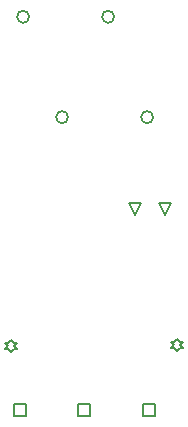
<source format=gbr>
G04*
G04 #@! TF.GenerationSoftware,Altium Limited,Altium Designer,23.4.1 (23)*
G04*
G04 Layer_Color=2752767*
%FSLAX44Y44*%
%MOMM*%
G71*
G04*
G04 #@! TF.SameCoordinates,01B2709E-CF7D-401B-80F6-C698A41CF17C*
G04*
G04*
G04 #@! TF.FilePolarity,Positive*
G04*
G01*
G75*
%ADD30C,0.1693*%
%ADD31C,0.1270*%
D30*
X125100Y387980D02*
G03*
X125100Y387980I-5080J0D01*
G01*
X53100D02*
G03*
X53100Y387980I-5080J0D01*
G01*
X86100Y303020D02*
G03*
X86100Y303020I-5080J0D01*
G01*
X158100D02*
G03*
X158100Y303020I-5080J0D01*
G01*
D31*
X38000Y103920D02*
X40540Y106460D01*
X43080D01*
X40540Y109000D01*
X43080Y111540D01*
X40540D01*
X38000Y114080D01*
X35460Y111540D01*
X32920D01*
X35460Y109000D01*
X32920Y106460D01*
X35460D01*
X38000Y103920D01*
X178000Y104920D02*
X180540Y107460D01*
X183080D01*
X180540Y110000D01*
X183080Y112540D01*
X180540D01*
X178000Y115080D01*
X175460Y112540D01*
X172920D01*
X175460Y110000D01*
X172920Y107460D01*
X175460D01*
X178000Y104920D01*
X94920Y49920D02*
Y60080D01*
X105080D01*
Y49920D01*
X94920D01*
X40170D02*
Y60080D01*
X50330D01*
Y49920D01*
X40170D01*
X149670D02*
Y60080D01*
X159830D01*
Y49920D01*
X149670D01*
X143000Y219920D02*
X137920Y230080D01*
X148080D01*
X143000Y219920D01*
X168000D02*
X162920Y230080D01*
X173080D01*
X168000Y219920D01*
M02*

</source>
